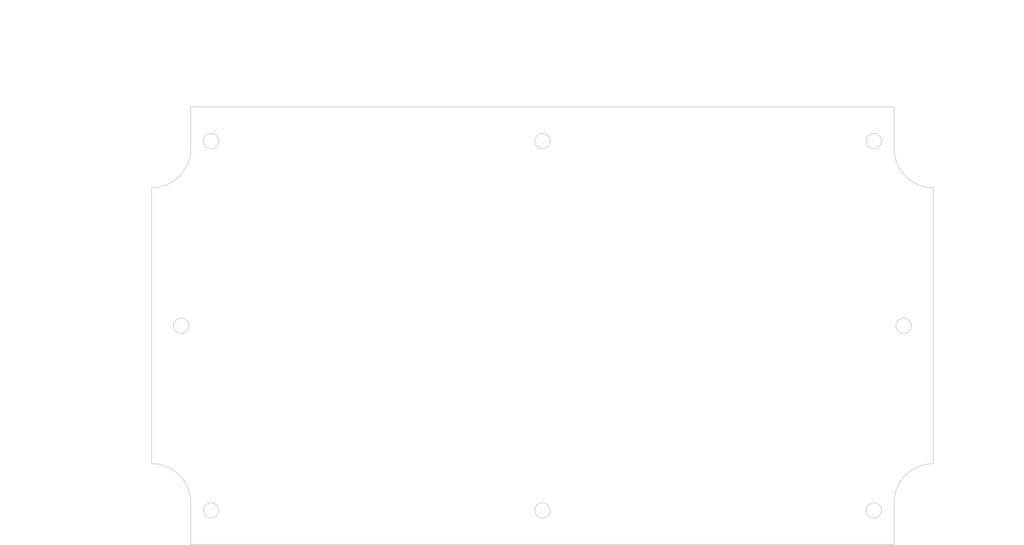
<source format=kicad_pcb>
(kicad_pcb (version 20171130) (host pcbnew "(5.1.0)-1")

  (general
    (thickness 1.6)
    (drawings 99)
    (tracks 0)
    (zones 0)
    (modules 0)
    (nets 1)
  )

  (page A3)
  (layers
    (0 F.Cu signal)
    (31 B.Cu signal)
    (32 B.Adhes user)
    (33 F.Adhes user)
    (34 B.Paste user)
    (35 F.Paste user)
    (36 B.SilkS user)
    (37 F.SilkS user)
    (38 B.Mask user)
    (39 F.Mask user)
    (40 Dwgs.User user)
    (41 Cmts.User user)
    (42 Eco1.User user)
    (43 Eco2.User user)
    (44 Edge.Cuts user)
    (45 Margin user)
    (46 B.CrtYd user)
    (47 F.CrtYd user)
    (48 B.Fab user)
    (49 F.Fab user)
  )

  (setup
    (last_trace_width 0.25)
    (trace_clearance 0.2)
    (zone_clearance 0.508)
    (zone_45_only no)
    (trace_min 0.2)
    (via_size 0.8)
    (via_drill 0.4)
    (via_min_size 0.4)
    (via_min_drill 0.3)
    (uvia_size 0.3)
    (uvia_drill 0.1)
    (uvias_allowed no)
    (uvia_min_size 0.2)
    (uvia_min_drill 0.1)
    (edge_width 0.05)
    (segment_width 0.2)
    (pcb_text_width 0.3)
    (pcb_text_size 1.5 1.5)
    (mod_edge_width 0.12)
    (mod_text_size 1 1)
    (mod_text_width 0.15)
    (pad_size 1.524 1.524)
    (pad_drill 0.762)
    (pad_to_mask_clearance 0.051)
    (solder_mask_min_width 0.25)
    (aux_axis_origin 0 0)
    (visible_elements FFFFFF7F)
    (pcbplotparams
      (layerselection 0x010fc_ffffffff)
      (usegerberextensions false)
      (usegerberattributes false)
      (usegerberadvancedattributes false)
      (creategerberjobfile false)
      (excludeedgelayer true)
      (linewidth 0.152400)
      (plotframeref false)
      (viasonmask false)
      (mode 1)
      (useauxorigin false)
      (hpglpennumber 1)
      (hpglpenspeed 20)
      (hpglpendiameter 15.000000)
      (psnegative false)
      (psa4output false)
      (plotreference true)
      (plotvalue true)
      (plotinvisibletext false)
      (padsonsilk false)
      (subtractmaskfromsilk false)
      (outputformat 1)
      (mirror false)
      (drillshape 1)
      (scaleselection 1)
      (outputdirectory ""))
  )

  (net 0 "")

  (net_class Default "This is the default net class."
    (clearance 0.2)
    (trace_width 0.25)
    (via_dia 0.8)
    (via_drill 0.4)
    (uvia_dia 0.3)
    (uvia_drill 0.1)
  )

  (gr_line (start 135.042507 109.301279) (end 135.042507 99.141279) (layer Edge.Cuts) (width 0.2))
  (gr_arc (start 125.517507 109.301279) (end 125.517507 118.826279) (angle -90) (layer Edge.Cuts) (width 0.2))
  (gr_line (start 125.517507 186.060079) (end 125.517507 118.826279) (layer Edge.Cuts) (width 0.2))
  (gr_arc (start 125.517507 195.585079) (end 135.042507 195.585079) (angle -90) (layer Edge.Cuts) (width 0.2))
  (gr_line (start 135.042507 205.745079) (end 135.042507 195.585079) (layer Edge.Cuts) (width 0.2))
  (gr_line (start 306.441707 205.745079) (end 135.042507 205.745079) (layer Edge.Cuts) (width 0.2))
  (gr_line (start 306.441707 195.585079) (end 306.441707 205.745079) (layer Edge.Cuts) (width 0.2))
  (gr_arc (start 315.966707 195.585079) (end 315.966707 186.060079) (angle -90) (layer Edge.Cuts) (width 0.2))
  (gr_line (start 315.966707 118.826279) (end 315.966707 186.060079) (layer Edge.Cuts) (width 0.2))
  (gr_arc (start 315.966707 109.301279) (end 306.441707 109.301279) (angle -90) (layer Edge.Cuts) (width 0.2))
  (gr_line (start 306.441707 99.141279) (end 306.441707 109.301279) (layer Edge.Cuts) (width 0.2))
  (gr_line (start 135.042507 99.141279) (end 306.441707 99.141279) (layer Edge.Cuts) (width 0.2))
  (gr_circle (center 308.742107 152.443179) (end 310.609007 152.443179) (layer Edge.Cuts) (width 0.2))
  (gr_circle (center 220.742107 197.439279) (end 222.609007 197.439279) (layer Edge.Cuts) (width 0.2))
  (gr_circle (center 132.742107 152.443179) (end 134.609007 152.443179) (layer Edge.Cuts) (width 0.2))
  (gr_circle (center 220.742107 107.447079) (end 222.609007 107.447079) (layer Edge.Cuts) (width 0.2))
  (gr_circle (center 139.995507 197.439279) (end 141.862407 197.439279) (layer Edge.Cuts) (width 0.2))
  (gr_circle (center 139.995507 107.447079) (end 141.862407 107.447079) (layer Edge.Cuts) (width 0.2))
  (gr_circle (center 301.488707 107.447079) (end 303.355607 107.447079) (layer Edge.Cuts) (width 0.2))
  (gr_circle (center 301.488707 197.439279) (end 303.355607 197.439279) (layer Edge.Cuts) (width 0.2))
  (gr_line (start 301.488707 197.529279) (end 301.488707 197.349279) (layer Dwgs.User) (width 0.2))
  (gr_line (start 301.398707 197.439279) (end 301.578707 197.439279) (layer Dwgs.User) (width 0.2))
  (gr_text "8 X ∅3.73[∅0.15]" (at 325.12 200.824058) (layer Dwgs.User)
    (effects (font (size 2 1.8) (thickness 0.25)))
  )
  (gr_line (start 310.412899 200.824058) (end 305.104284 198.8106) (layer Dwgs.User) (width 0.2))
  (gr_line (start 312.412899 200.824058) (end 310.412899 200.824058) (layer Dwgs.User) (width 0.2))
  (gr_line (start 301.488707 107.537079) (end 301.488707 107.357079) (layer Dwgs.User) (width 0.2))
  (gr_line (start 301.398707 107.447079) (end 301.578707 107.447079) (layer Dwgs.User) (width 0.2))
  (gr_text " ∅3.73\n[∅0.15]" (at 286.483353 114.676926) (layer Dwgs.User)
    (effects (font (size 2 1.8) (thickness 0.25)))
  )
  (gr_line (start 293.67967 114.676926) (end 298.651193 110.074137) (layer Dwgs.User) (width 0.2))
  (gr_line (start 291.67967 114.676926) (end 293.67967 114.676926) (layer Dwgs.User) (width 0.2))
  (gr_text [.33] (at 229.675967 116.131542) (layer Dwgs.User)
    (effects (font (size 2 1.8) (thickness 0.25)))
  )
  (gr_text " 8.31" (at 229.675967 112.227995) (layer Dwgs.User)
    (effects (font (size 2 1.8) (thickness 0.25)))
  )
  (gr_line (start 235.326581 114.049823) (end 233.326581 114.049823) (layer Dwgs.User) (width 0.2))
  (gr_line (start 235.326581 107.447079) (end 235.326581 114.049823) (layer Dwgs.User) (width 0.2))
  (gr_line (start 235.326581 101.141279) (end 235.326581 105.447079) (layer Dwgs.User) (width 0.2))
  (gr_line (start 221.742107 107.447079) (end 238.501581 107.447079) (layer Dwgs.User) (width 0.2))
  (gr_text [1.32] (at 114.667355 139.887983) (layer Dwgs.User)
    (effects (font (size 2 1.8) (thickness 0.25)))
  )
  (gr_text " 33.62" (at 114.667355 135.984436) (layer Dwgs.User)
    (effects (font (size 2 1.8) (thickness 0.25)))
  )
  (gr_line (start 114.667355 150.443179) (end 114.667355 141.709811) (layer Dwgs.User) (width 0.2))
  (gr_line (start 114.667355 120.826279) (end 114.667355 133.902717) (layer Dwgs.User) (width 0.2))
  (gr_line (start 131.742107 152.443179) (end 111.492355 152.443179) (layer Dwgs.User) (width 0.2))
  (gr_line (start 124.517507 118.826279) (end 111.492355 118.826279) (layer Dwgs.User) (width 0.2))
  (gr_text [3.54] (at 211.556948 154.524898) (layer Dwgs.User)
    (effects (font (size 2 1.8) (thickness 0.25)))
  )
  (gr_text " 89.99" (at 211.556948 150.622033) (layer Dwgs.User)
    (effects (font (size 2 1.8) (thickness 0.25)))
  )
  (gr_line (start 211.556948 195.439279) (end 211.556948 156.346044) (layer Dwgs.User) (width 0.2))
  (gr_line (start 211.556948 109.447079) (end 211.556948 148.540314) (layer Dwgs.User) (width 0.2))
  (gr_line (start 140.995507 197.439279) (end 214.731948 197.439279) (layer Dwgs.User) (width 0.2))
  (gr_line (start 140.995507 107.447079) (end 214.731948 107.447079) (layer Dwgs.User) (width 0.2))
  (gr_text [.28] (at 139.219089 149.121825) (layer Dwgs.User)
    (effects (font (size 2 1.8) (thickness 0.25)))
  )
  (gr_text " 7.22" (at 139.219089 145.236013) (layer Dwgs.User)
    (effects (font (size 2 1.8) (thickness 0.25)))
  )
  (gr_line (start 132.742107 147.040106) (end 135.385664 147.040106) (layer Dwgs.User) (width 0.2))
  (gr_line (start 127.517507 147.040106) (end 130.742107 147.040106) (layer Dwgs.User) (width 0.2))
  (gr_line (start 132.742107 151.443179) (end 132.742107 143.865106) (layer Dwgs.User) (width 0.2))
  (gr_text [6.36] (at 226.527746 85.528798) (layer Dwgs.User)
    (effects (font (size 2 1.8) (thickness 0.25)))
  )
  (gr_text " 161.49" (at 226.527746 81.625933) (layer Dwgs.User)
    (effects (font (size 2 1.8) (thickness 0.25)))
  )
  (gr_line (start 299.488707 83.447079) (end 231.927337 83.447079) (layer Dwgs.User) (width 0.2))
  (gr_line (start 141.995507 83.447079) (end 221.128155 83.447079) (layer Dwgs.User) (width 0.2))
  (gr_line (start 301.488707 106.447079) (end 301.488707 80.272079) (layer Dwgs.User) (width 0.2))
  (gr_line (start 139.995507 106.447079) (end 139.995507 80.272079) (layer Dwgs.User) (width 0.2))
  (gr_text [R0.38] (at 148.990859 191.377169) (layer Dwgs.User)
    (effects (font (size 2 1.8) (thickness 0.25)))
  )
  (gr_text " R9.53" (at 148.990859 187.473622) (layer Dwgs.User)
    (effects (font (size 2 1.8) (thickness 0.25)))
  )
  (gr_line (start 141.872305 189.29545) (end 136.274464 191.448234) (layer Dwgs.User) (width 0.2))
  (gr_line (start 143.872305 189.29545) (end 141.872305 189.29545) (layer Dwgs.User) (width 0.2))
  (gr_text [7.50] (at 209.321743 78.594169) (layer Dwgs.User)
    (effects (font (size 2 1.8) (thickness 0.25)))
  )
  (gr_text " 190.45" (at 209.321743 74.691304) (layer Dwgs.User)
    (effects (font (size 2 1.8) (thickness 0.25)))
  )
  (gr_line (start 313.966707 76.51245) (end 214.726791 76.51245) (layer Dwgs.User) (width 0.2))
  (gr_line (start 127.517507 76.51245) (end 203.916696 76.51245) (layer Dwgs.User) (width 0.2))
  (gr_line (start 315.966707 117.826279) (end 315.966707 73.33745) (layer Dwgs.User) (width 0.2))
  (gr_line (start 125.517507 117.826279) (end 125.517507 73.33745) (layer Dwgs.User) (width 0.2))
  (gr_text [.37] (at 117.066606 90.718047) (layer Dwgs.User)
    (effects (font (size 2 1.8) (thickness 0.25)))
  )
  (gr_text " 9.53" (at 117.066606 86.8145) (layer Dwgs.User)
    (effects (font (size 2 1.8) (thickness 0.25)))
  )
  (gr_line (start 125.517507 88.636328) (end 120.910262 88.636328) (layer Dwgs.User) (width 0.2))
  (gr_line (start 133.042507 88.636328) (end 127.517507 88.636328) (layer Dwgs.User) (width 0.2))
  (gr_line (start 125.517507 117.826279) (end 125.517507 85.461328) (layer Dwgs.User) (width 0.2))
  (gr_line (start 135.042507 98.141279) (end 135.042507 85.461328) (layer Dwgs.User) (width 0.2))
  (gr_text [6.75] (at 212.29562 94.100813) (layer Dwgs.User)
    (effects (font (size 2 1.8) (thickness 0.25)))
  )
  (gr_text " 171.40" (at 212.29562 90.197948) (layer Dwgs.User)
    (effects (font (size 2 1.8) (thickness 0.25)))
  )
  (gr_line (start 304.441707 92.019094) (end 217.689754 92.019094) (layer Dwgs.User) (width 0.2))
  (gr_line (start 137.042507 92.019094) (end 206.901487 92.019094) (layer Dwgs.User) (width 0.2))
  (gr_line (start 306.441707 98.141279) (end 306.441707 88.844094) (layer Dwgs.User) (width 0.2))
  (gr_line (start 135.042507 98.141279) (end 135.042507 88.844094) (layer Dwgs.User) (width 0.2))
  (gr_text [4.20] (at 94.173728 157.636927) (layer Dwgs.User)
    (effects (font (size 2 1.8) (thickness 0.25)))
  )
  (gr_text " 106.60" (at 94.173728 153.734062) (layer Dwgs.User)
    (effects (font (size 2 1.8) (thickness 0.25)))
  )
  (gr_line (start 94.173728 203.745079) (end 94.173728 159.458073) (layer Dwgs.User) (width 0.2))
  (gr_line (start 94.173728 101.141279) (end 94.173728 151.652343) (layer Dwgs.User) (width 0.2))
  (gr_line (start 134.042507 205.745079) (end 90.998728 205.745079) (layer Dwgs.User) (width 0.2))
  (gr_line (start 134.042507 99.141279) (end 90.998728 99.141279) (layer Dwgs.User) (width 0.2))
  (gr_text [.78] (at 114.484376 111.065498) (layer Dwgs.User)
    (effects (font (size 2 1.8) (thickness 0.25)))
  )
  (gr_text " 19.69" (at 114.484376 107.162633) (layer Dwgs.User)
    (effects (font (size 2 1.8) (thickness 0.25)))
  )
  (gr_line (start 114.484376 101.141279) (end 114.484376 105.080914) (layer Dwgs.User) (width 0.2))
  (gr_line (start 114.484376 116.826279) (end 114.484376 112.886644) (layer Dwgs.User) (width 0.2))
  (gr_line (start 134.042507 99.141279) (end 111.309376 99.141279) (layer Dwgs.User) (width 0.2))
  (gr_line (start 124.517507 118.826279) (end 111.309376 118.826279) (layer Dwgs.User) (width 0.2))
  (gr_text [3.42] (at 106.067351 170.628422) (layer Dwgs.User)
    (effects (font (size 2 1.8) (thickness 0.25)))
  )
  (gr_text " 86.92" (at 106.067351 166.725558) (layer Dwgs.User)
    (effects (font (size 2 1.8) (thickness 0.25)))
  )
  (gr_line (start 106.067351 120.826279) (end 106.067351 164.643839) (layer Dwgs.User) (width 0.2))
  (gr_line (start 106.067351 203.745079) (end 106.067351 172.449568) (layer Dwgs.User) (width 0.2))
  (gr_line (start 124.517507 118.826279) (end 102.892351 118.826279) (layer Dwgs.User) (width 0.2))
  (gr_line (start 134.042507 205.745079) (end 102.892351 205.745079) (layer Dwgs.User) (width 0.2))

)

</source>
